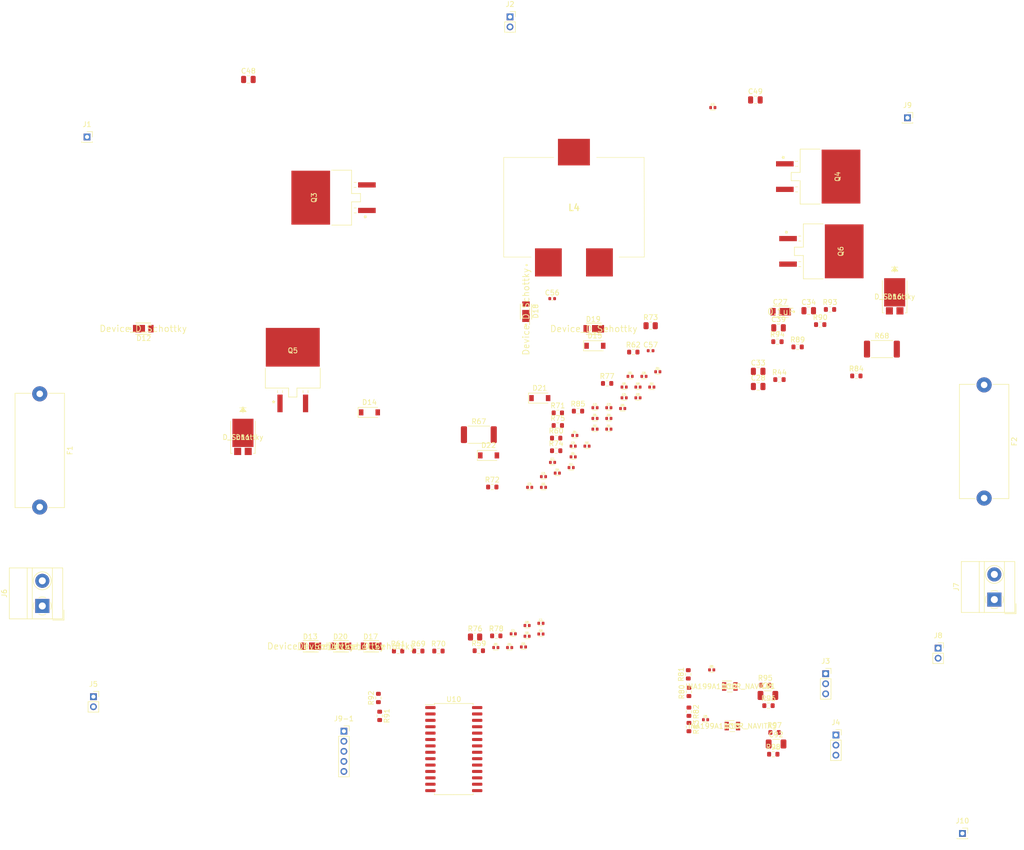
<source format=kicad_pcb>
(kicad_pcb (version 20171130) (host pcbnew "(5.1.10)-1")
  (layers (0 F.Cu signal) (31 B.Cu signal) (34 B.Paste user) (35 F.Paste user) (36 B.SilkS user) (37 F.SilkS user) (38 B.Mask user) (39 F.Mask user) (44 Edge.Cuts user))
  (net 0 "")
  (net 1 GND)
  (net 2 +5V)
  (net 3 "Net-(C28-Pad1)")
  (net 4 HSA)
  (net 5 "Net-(C34-Pad2)")
  (net 6 "Net-(C39-Pad2)")
  (net 7 HSB)
  (net 8 "Net-(C47-Pad2)")
  (net 9 Vin_Sense)
  (net 10 Vout_Sense)
  (net 11 "Net-(C50-Pad2)")
  (net 12 "Net-(C56-Pad1)")
  (net 13 "Net-(C57-Pad1)")
  (net 14 "Net-(C91-Pad2)")
  (net 15 "Net-(C91-Pad1)")
  (net 16 "Net-(C92-Pad1)")
  (net 17 "Net-(C92-Pad2)")
  (net 18 "Net-(D14-Pad2)")
  (net 19 HOA)
  (net 20 HOB)
  (net 21 "Net-(D15-Pad2)")
  (net 22 "Net-(D21-Pad2)")
  (net 23 LOA)
  (net 24 LOB)
  (net 25 "Net-(D22-Pad2)")
  (net 26 "Net-(F1-Pad2)")
  (net 27 "Net-(F2-Pad2)")
  (net 28 "Net-(J3-Pad3)")
  (net 29 "Net-(J3-Pad2)")
  (net 30 "Net-(J3-Pad1)")
  (net 31 "Net-(J4-Pad1)")
  (net 32 "Net-(J4-Pad2)")
  (net 33 "Net-(J4-Pad3)")
  (net 34 Iin_Sense-)
  (net 35 Iin_Sense+)
  (net 36 Iout_Sense+)
  (net 37 Iout_Sense-)
  (net 38 "Net-(J9-1-Pad1)")
  (net 39 "Net-(J9-1-Pad2)")
  (net 40 "Net-(J9-1-Pad3)")
  (net 41 "Net-(J9-1-Pad4)")
  (net 42 "Net-(J9-1-Pad5)")
  (net 43 "Net-(Q5-Pad1)")
  (net 44 "Net-(Q6-Pad1)")
  (net 45 "Net-(R44-Pad2)")
  (net 46 "Net-(R80-Pad2)")
  (net 47 "Net-(R82-Pad2)")
  (net 48 "Net-(R89-Pad1)")
  (net 49 "Net-(R90-Pad1)")
  (net 50 "Net-(R91-Pad2)")
  (net 51 "Net-(R92-Pad2)")
  (net 52 "Net-(R93-Pad1)")
  (net 53 "Net-(R94-Pad1)")
  (net 54 "Net-(U10-Pad4)")
  (net 55 "Net-(U10-Pad11)")
  (net 56 "Net-(U10-Pad15)")
  (module IRF8010STRLPBF:IRF8010STRLPBF (layer F.Cu) (at 209.0547 77.343 270)
    (fp_text reference Q6 (at 0 -2.5 90) (layer F.SilkS))
    (fp_text value 2N7002)
    (fp_text user * (at -3.81 8.001 90) (layer F.SilkS))
    (fp_text user * (at -3.81 8.001 90) (layer F.SilkS))
    (pad 3 smd rect (at 0 -3.1623 270) (size 10.7188 7.6962) (layers F.Cu F.Paste F.Mask) (net 7 HSB))
    (pad 2 smd rect (at 2.54 8.001 270) (size 1.0414 3.5052) (layers F.Cu F.Paste F.Mask) (net 1 GND))
    (pad 1 smd rect (at -2.54 8.001 270) (size 1.0414 3.5052) (layers F.Cu F.Paste F.Mask) (net 44 "Net-(Q6-Pad1)"))
  )
  (module IRF8010STRLPBF:IRF8010STRLPBF (layer F.Cu) (at 208.4197 62.484 270)
    (fp_text reference Q4 (at 0 -2.5 90) (layer F.SilkS))
    (fp_text value 2N7002)
    (fp_text user * (at -3.81 8.001 90) (layer F.SilkS))
    (fp_text user * (at -3.81 8.001 90) (layer F.SilkS))
    (pad 3 smd rect (at 0 -3.1623 270) (size 10.7188 7.6962) (layers F.Cu F.Paste F.Mask) (net 11 "Net-(C50-Pad2)"))
    (pad 2 smd rect (at 2.54 8.001 270) (size 1.0414 3.5052) (layers F.Cu F.Paste F.Mask) (net 7 HSB))
    (pad 1 smd rect (at -2.54 8.001 270) (size 1.0414 3.5052) (layers F.Cu F.Paste F.Mask) (net 21 "Net-(D15-Pad2)"))
  )
  (module IRF8010STRLPBF:IRF8010STRLPBF (layer F.Cu) (at 102.616 99.568)
    (fp_text reference Q5 (at 0 -2.5) (layer F.SilkS))
    (fp_text value 2N7002)
    (fp_text user * (at -3.81 8.001) (layer F.SilkS))
    (fp_text user * (at -3.81 8.001) (layer F.SilkS))
    (pad 3 smd rect (at 0 -3.1623) (size 10.7188 7.6962) (layers F.Cu F.Paste F.Mask) (net 4 HSA))
    (pad 2 smd rect (at 2.54 8.001) (size 1.0414 3.5052) (layers F.Cu F.Paste F.Mask) (net 1 GND))
    (pad 1 smd rect (at -2.54 8.001) (size 1.0414 3.5052) (layers F.Cu F.Paste F.Mask) (net 43 "Net-(Q5-Pad1)"))
  )
  (module IRF8010STRLPBF:IRF8010STRLPBF (layer F.Cu) (at 109.347 66.675 90)
    (fp_text reference Q3 (at 0 -2.5 90) (layer F.SilkS))
    (fp_text value 2N7002)
    (fp_text user * (at -3.81 8.001 90) (layer F.SilkS))
    (fp_text user * (at -3.81 8.001 90) (layer F.SilkS))
    (pad 3 smd rect (at 0 -3.1623 90) (size 10.7188 7.6962) (layers F.Cu F.Paste F.Mask) (net 8 "Net-(C47-Pad2)"))
    (pad 2 smd rect (at 2.54 8.001 90) (size 1.0414 3.5052) (layers F.Cu F.Paste F.Mask) (net 4 HSA))
    (pad 1 smd rect (at -2.54 8.001 90) (size 1.0414 3.5052) (layers F.Cu F.Paste F.Mask) (net 18 "Net-(D14-Pad2)"))
  )
  (module DFLS1200-7:Diodes_Inc.-PowerDI123-03_2017-0-MFG (layer F.Cu) (at 199.592 89.338001)
    (fp_text reference C27 (at -1.65 -1.915) (layer F.SilkS) (effects (justify left)))
    (fp_text value 0.1uF (at 0 0) (layer F.SilkS) (effects (font (size 1.27 1.27))))
    (pad 1 smd rect (at 0.849999 0) (size 2.4 1.5) (layers F.Cu F.Paste F.Mask) (net 1 GND))
    (pad 2 smd rect (at -1.525 0) (size 1.05 1.5) (layers F.Cu F.Paste F.Mask) (net 2 +5V))
  )
  (module Capacitor_SMD:C_0805_2012Metric (layer F.Cu) (at 195.117001 104.203001)
    (fp_text reference C28 (at 0 -1.68) (layer F.SilkS))
    (fp_text value 1uF)
    (pad 1 smd roundrect (at -0.95 0) (size 1 1.45) (layers F.Cu F.Paste F.Mask) (net 3 "Net-(C28-Pad1)"))
    (pad 2 smd roundrect (at 0.95 0) (size 1 1.45) (layers F.Cu F.Paste F.Mask) (net 1 GND))
  )
  (module Capacitor_SMD:C_0805_2012Metric (layer F.Cu) (at 195.117001 101.193001)
    (fp_text reference C33 (at 0 -1.68) (layer F.SilkS))
    (fp_text value 1uF)
    (pad 2 smd roundrect (at 0.95 0) (size 1 1.45) (layers F.Cu F.Paste F.Mask) (net 1 GND))
    (pad 1 smd roundrect (at -0.95 0) (size 1 1.45) (layers F.Cu F.Paste F.Mask) (net 3 "Net-(C28-Pad1)"))
  )
  (module Capacitor_SMD:C_0805_2012Metric (layer F.Cu) (at 205.167001 89.143001)
    (fp_text reference C34 (at 0 -1.68) (layer F.SilkS))
    (fp_text value 0.47uF)
    (pad 1 smd roundrect (at -0.95 0) (size 1 1.45) (layers F.Cu F.Paste F.Mask) (net 4 HSA))
    (pad 2 smd roundrect (at 0.95 0) (size 1 1.45) (layers F.Cu F.Paste F.Mask) (net 5 "Net-(C34-Pad2)"))
  )
  (module Capacitor_SMD:C_0805_2012Metric (layer F.Cu) (at 199.167001 92.543001)
    (fp_text reference C39 (at 0 -1.68) (layer F.SilkS))
    (fp_text value 0.47uF)
    (pad 2 smd roundrect (at 0.95 0) (size 1 1.45) (layers F.Cu F.Paste F.Mask) (net 6 "Net-(C39-Pad2)"))
    (pad 1 smd roundrect (at -0.95 0) (size 1 1.45) (layers F.Cu F.Paste F.Mask) (net 7 HSB))
  )
  (module CL05A225MQ5NNNC:CAPC1005X55N (layer F.Cu) (at 157.947001 120.323001)
    (fp_text reference C47 (at -0.038306 -0.758223) (layer F.SilkS) (effects (font (size 0.241854 0.241854))))
    (fp_text value 2.2uF)
    (pad 1 smd roundrect (at -0.43 0) (size 0.54 0.6) (layers F.Cu F.Paste F.Mask) (roundrect_rratio 0.14) (net 1 GND))
    (pad 2 smd roundrect (at 0.43 0) (size 0.54 0.6) (layers F.Cu F.Paste F.Mask) (roundrect_rratio 0.14) (net 8 "Net-(C47-Pad2)"))
  )
  (module Capacitor_SMD:C_0805_2012Metric (layer F.Cu) (at 93.792 43.18)
    (fp_text reference C48 (at 0 -1.68) (layer F.SilkS))
    (fp_text value .01uF)
    (pad 1 smd roundrect (at -0.95 0) (size 1 1.45) (layers F.Cu F.Paste F.Mask) (net 1 GND))
    (pad 2 smd roundrect (at 0.95 0) (size 1 1.45) (layers F.Cu F.Paste F.Mask) (net 9 Vin_Sense))
  )
  (module Capacitor_SMD:C_0805_2012Metric (layer F.Cu) (at 194.564 47.244)
    (fp_text reference C49 (at 0 -1.68) (layer F.SilkS))
    (fp_text value .01uF)
    (pad 2 smd roundrect (at 0.95 0) (size 1 1.45) (layers F.Cu F.Paste F.Mask) (net 10 Vout_Sense))
    (pad 1 smd roundrect (at -0.95 0) (size 1 1.45) (layers F.Cu F.Paste F.Mask) (net 1 GND))
  )
  (module CL05A225MQ5NNNC:CAPC1005X55N (layer F.Cu) (at 151.939001 153.405001)
    (fp_text reference C50 (at -0.038306 -0.758223) (layer F.SilkS) (effects (font (size 0.241854 0.241854))))
    (fp_text value 2.2uF)
    (pad 2 smd roundrect (at 0.43 0) (size 0.54 0.6) (layers F.Cu F.Paste F.Mask) (roundrect_rratio 0.14) (net 11 "Net-(C50-Pad2)"))
    (pad 1 smd roundrect (at -0.43 0) (size 0.54 0.6) (layers F.Cu F.Paste F.Mask) (roundrect_rratio 0.14) (net 1 GND))
  )
  (module CL05A225MQ5NNNC:CAPC1005X55N (layer F.Cu) (at 165.437001 112.683001)
    (fp_text reference C51 (at -0.038306 -0.758223) (layer F.SilkS) (effects (font (size 0.241854 0.241854))))
    (fp_text value 2.2uF)
    (pad 2 smd roundrect (at 0.43 0) (size 0.54 0.6) (layers F.Cu F.Paste F.Mask) (roundrect_rratio 0.14) (net 8 "Net-(C47-Pad2)"))
    (pad 1 smd roundrect (at -0.43 0) (size 0.54 0.6) (layers F.Cu F.Paste F.Mask) (roundrect_rratio 0.14) (net 1 GND))
  )
  (module CL05A225MQ5NNNC:CAPC1005X55N (layer F.Cu) (at 173.977001 104.323001)
    (fp_text reference C52 (at -0.038306 -0.758223) (layer F.SilkS) (effects (font (size 0.241854 0.241854))))
    (fp_text value 2.2uF)
    (pad 1 smd roundrect (at -0.43 0) (size 0.54 0.6) (layers F.Cu F.Paste F.Mask) (roundrect_rratio 0.14) (net 1 GND))
    (pad 2 smd roundrect (at 0.43 0) (size 0.54 0.6) (layers F.Cu F.Paste F.Mask) (roundrect_rratio 0.14) (net 11 "Net-(C50-Pad2)"))
  )
  (module CL05A225MQ5NNNC:CAPC1005X55N (layer F.Cu) (at 148.469001 155.975001)
    (fp_text reference C53 (at -0.038306 -0.758223) (layer F.SilkS) (effects (font (size 0.241854 0.241854))))
    (fp_text value 2.2uF)
    (pad 1 smd roundrect (at -0.43 0) (size 0.54 0.6) (layers F.Cu F.Paste F.Mask) (roundrect_rratio 0.14) (net 1 GND))
    (pad 2 smd roundrect (at 0.43 0) (size 0.54 0.6) (layers F.Cu F.Paste F.Mask) (roundrect_rratio 0.14) (net 8 "Net-(C47-Pad2)"))
  )
  (module CL05A225MQ5NNNC:CAPC1005X55N (layer F.Cu) (at 175.167001 101.273001)
    (fp_text reference C54 (at -0.038306 -0.758223) (layer F.SilkS) (effects (font (size 0.241854 0.241854))))
    (fp_text value 2.2uF)
    (pad 2 smd roundrect (at 0.43 0) (size 0.54 0.6) (layers F.Cu F.Paste F.Mask) (roundrect_rratio 0.14) (net 11 "Net-(C50-Pad2)"))
    (pad 1 smd roundrect (at -0.43 0) (size 0.54 0.6) (layers F.Cu F.Paste F.Mask) (roundrect_rratio 0.14) (net 1 GND))
  )
  (module CL05A225MQ5NNNC:CAPC1005X55N (layer F.Cu) (at 155.197001 121.423001)
    (fp_text reference C55 (at -0.038306 -0.758223) (layer F.SilkS) (effects (font (size 0.241854 0.241854))))
    (fp_text value 2.2uF)
    (pad 2 smd roundrect (at 0.43 0) (size 0.54 0.6) (layers F.Cu F.Paste F.Mask) (roundrect_rratio 0.14) (net 8 "Net-(C47-Pad2)"))
    (pad 1 smd roundrect (at -0.43 0) (size 0.54 0.6) (layers F.Cu F.Paste F.Mask) (roundrect_rratio 0.14) (net 1 GND))
  )
  (module Capacitor_SMD:C_0402_1005Metric (layer F.Cu) (at 154.178 86.741)
    (fp_text reference C56 (at 0 -1.16) (layer F.SilkS))
    (fp_text value 470pF)
    (pad 2 smd roundrect (at 0.48 0) (size 0.56 0.62) (layers F.Cu F.Paste F.Mask) (net 4 HSA))
    (pad 1 smd roundrect (at -0.48 0) (size 0.56 0.62) (layers F.Cu F.Paste F.Mask) (net 12 "Net-(C56-Pad1)"))
  )
  (module Capacitor_SMD:C_0402_1005Metric (layer F.Cu) (at 173.737001 97.093001)
    (fp_text reference C57 (at 0 -1.16) (layer F.SilkS))
    (fp_text value 470pF)
    (pad 1 smd roundrect (at -0.48 0) (size 0.56 0.62) (layers F.Cu F.Paste F.Mask) (net 13 "Net-(C57-Pad1)"))
    (pad 2 smd roundrect (at 0.48 0) (size 0.56 0.62) (layers F.Cu F.Paste F.Mask) (net 7 HSB))
  )
  (module CL05A225MQ5NNNC:CAPC1005X55N (layer F.Cu) (at 172.417001 102.193001)
    (fp_text reference C58 (at -0.038306 -0.758223) (layer F.SilkS) (effects (font (size 0.241854 0.241854))))
    (fp_text value 2.2uF)
    (pad 1 smd roundrect (at -0.43 0) (size 0.54 0.6) (layers F.Cu F.Paste F.Mask) (roundrect_rratio 0.14) (net 1 GND))
    (pad 2 smd roundrect (at 0.43 0) (size 0.54 0.6) (layers F.Cu F.Paste F.Mask) (roundrect_rratio 0.14) (net 11 "Net-(C50-Pad2)"))
  )
  (module CL05A225MQ5NNNC:CAPC1005X55N (layer F.Cu) (at 171.227001 106.453001)
    (fp_text reference C59 (at -0.038306 -0.758223) (layer F.SilkS) (effects (font (size 0.241854 0.241854))))
    (fp_text value 2.2uF)
    (pad 1 smd roundrect (at -0.43 0) (size 0.54 0.6) (layers F.Cu F.Paste F.Mask) (roundrect_rratio 0.14) (net 1 GND))
    (pad 2 smd roundrect (at 0.43 0) (size 0.54 0.6) (layers F.Cu F.Paste F.Mask) (roundrect_rratio 0.14) (net 8 "Net-(C47-Pad2)"))
  )
  (module CL05A225MQ5NNNC:CAPC1005X55N (layer F.Cu) (at 168.187001 108.583001)
    (fp_text reference C60 (at -0.038306 -0.758223) (layer F.SilkS) (effects (font (size 0.241854 0.241854))))
    (fp_text value 2.2uF)
    (pad 2 smd roundrect (at 0.43 0) (size 0.54 0.6) (layers F.Cu F.Paste F.Mask) (roundrect_rratio 0.14) (net 11 "Net-(C50-Pad2)"))
    (pad 1 smd roundrect (at -0.43 0) (size 0.54 0.6) (layers F.Cu F.Paste F.Mask) (roundrect_rratio 0.14) (net 1 GND))
  )
  (module CL05A225MQ5NNNC:CAPC1005X55N (layer F.Cu) (at 145.719001 156.095001)
    (fp_text reference C61 (at -0.038306 -0.758223) (layer F.SilkS) (effects (font (size 0.241854 0.241854))))
    (fp_text value 2.2uF)
    (pad 1 smd roundrect (at -0.43 0) (size 0.54 0.6) (layers F.Cu F.Paste F.Mask) (roundrect_rratio 0.14) (net 1 GND))
    (pad 2 smd roundrect (at 0.43 0) (size 0.54 0.6) (layers F.Cu F.Paste F.Mask) (roundrect_rratio 0.14) (net 11 "Net-(C50-Pad2)"))
  )
  (module CL05A225MQ5NNNC:CAPC1005X55N (layer F.Cu) (at 161.097001 116.063001)
    (fp_text reference C62 (at -0.038306 -0.758223) (layer F.SilkS) (effects (font (size 0.241854 0.241854))))
    (fp_text value 2.2uF)
    (pad 1 smd roundrect (at -0.43 0) (size 0.54 0.6) (layers F.Cu F.Paste F.Mask) (roundrect_rratio 0.14) (net 1 GND))
    (pad 2 smd roundrect (at 0.43 0) (size 0.54 0.6) (layers F.Cu F.Paste F.Mask) (roundrect_rratio 0.14) (net 8 "Net-(C47-Pad2)"))
  )
  (module CL05A225MQ5NNNC:CAPC1005X55N (layer F.Cu) (at 152.447001 124.253001)
    (fp_text reference C63 (at -0.038306 -0.758223) (layer F.SilkS) (effects (font (size 0.241854 0.241854))))
    (fp_text value 2.2uF)
    (pad 1 smd roundrect (at -0.43 0) (size 0.54 0.6) (layers F.Cu F.Paste F.Mask) (roundrect_rratio 0.14) (net 1 GND))
    (pad 2 smd roundrect (at 0.43 0) (size 0.54 0.6) (layers F.Cu F.Paste F.Mask) (roundrect_rratio 0.14) (net 8 "Net-(C47-Pad2)"))
  )
  (module CL05A225MQ5NNNC:CAPC1005X55N (layer F.Cu) (at 158.347001 118.193001)
    (fp_text reference C64 (at -0.038306 -0.758223) (layer F.SilkS) (effects (font (size 0.241854 0.241854))))
    (fp_text value 2.2uF)
    (pad 2 smd roundrect (at 0.43 0) (size 0.54 0.6) (layers F.Cu F.Paste F.Mask) (roundrect_rratio 0.14) (net 11 "Net-(C50-Pad2)"))
    (pad 1 smd roundrect (at -0.43 0) (size 0.54 0.6) (layers F.Cu F.Paste F.Mask) (roundrect_rratio 0.14) (net 1 GND))
  )
  (module CL05A225MQ5NNNC:CAPC1005X55N (layer F.Cu) (at 149.189001 153.845001)
    (fp_text reference C65 (at -0.038306 -0.758223) (layer F.SilkS) (effects (font (size 0.241854 0.241854))))
    (fp_text value 2.2uF)
    (pad 2 smd roundrect (at 0.43 0) (size 0.54 0.6) (layers F.Cu F.Paste F.Mask) (roundrect_rratio 0.14) (net 8 "Net-(C47-Pad2)"))
    (pad 1 smd roundrect (at -0.43 0) (size 0.54 0.6) (layers F.Cu F.Paste F.Mask) (roundrect_rratio 0.14) (net 1 GND))
  )
  (module CL05A225MQ5NNNC:CAPC1005X55N (layer F.Cu) (at 165.437001 110.553001)
    (fp_text reference C66 (at -0.038306 -0.758223) (layer F.SilkS) (effects (font (size 0.241854 0.241854))))
    (fp_text value 2.2uF)
    (pad 1 smd roundrect (at -0.43 0) (size 0.54 0.6) (layers F.Cu F.Paste F.Mask) (roundrect_rratio 0.14) (net 1 GND))
    (pad 2 smd roundrect (at 0.43 0) (size 0.54 0.6) (layers F.Cu F.Paste F.Mask) (roundrect_rratio 0.14) (net 11 "Net-(C50-Pad2)"))
  )
  (module CL05A225MQ5NNNC:CAPC1005X55N (layer F.Cu) (at 162.687001 112.683001)
    (fp_text reference C67 (at -0.038306 -0.758223) (layer F.SilkS) (effects (font (size 0.241854 0.241854))))
    (fp_text value 2.2uF)
    (pad 1 smd roundrect (at -0.43 0) (size 0.54 0.6) (layers F.Cu F.Paste F.Mask) (roundrect_rratio 0.14) (net 1 GND))
    (pad 2 smd roundrect (at 0.43 0) (size 0.54 0.6) (layers F.Cu F.Paste F.Mask) (roundrect_rratio 0.14) (net 8 "Net-(C47-Pad2)"))
  )
  (module CL05A225MQ5NNNC:CAPC1005X55N (layer F.Cu) (at 171.227001 104.323001)
    (fp_text reference C68 (at -0.038306 -0.758223) (layer F.SilkS) (effects (font (size 0.241854 0.241854))))
    (fp_text value 2.2uF)
    (pad 2 smd roundrect (at 0.43 0) (size 0.54 0.6) (layers F.Cu F.Paste F.Mask) (roundrect_rratio 0.14) (net 11 "Net-(C50-Pad2)"))
    (pad 1 smd roundrect (at -0.43 0) (size 0.54 0.6) (layers F.Cu F.Paste F.Mask) (roundrect_rratio 0.14) (net 1 GND))
  )
  (module CL05A225MQ5NNNC:CAPC1005X55N (layer F.Cu) (at 149.189001 151.715001)
    (fp_text reference C69 (at -0.038306 -0.758223) (layer F.SilkS) (effects (font (size 0.241854 0.241854))))
    (fp_text value 2.2uF)
    (pad 2 smd roundrect (at 0.43 0) (size 0.54 0.6) (layers F.Cu F.Paste F.Mask) (roundrect_rratio 0.14) (net 8 "Net-(C47-Pad2)"))
    (pad 1 smd roundrect (at -0.43 0) (size 0.54 0.6) (layers F.Cu F.Paste F.Mask) (roundrect_rratio 0.14) (net 1 GND))
  )
  (module CL05A225MQ5NNNC:CAPC1005X55N (layer F.Cu) (at 152.447001 122.123001)
    (fp_text reference C70 (at -0.038306 -0.758223) (layer F.SilkS) (effects (font (size 0.241854 0.241854))))
    (fp_text value 2.2uF)
    (pad 1 smd roundrect (at -0.43 0) (size 0.54 0.6) (layers F.Cu F.Paste F.Mask) (roundrect_rratio 0.14) (net 1 GND))
    (pad 2 smd roundrect (at 0.43 0) (size 0.54 0.6) (layers F.Cu F.Paste F.Mask) (roundrect_rratio 0.14) (net 11 "Net-(C50-Pad2)"))
  )
  (module CL05A225MQ5NNNC:CAPC1005X55N (layer F.Cu) (at 151.939001 151.275001)
    (fp_text reference C71 (at -0.038306 -0.758223) (layer F.SilkS) (effects (font (size 0.241854 0.241854))))
    (fp_text value 2.2uF)
    (pad 2 smd roundrect (at 0.43 0) (size 0.54 0.6) (layers F.Cu F.Paste F.Mask) (roundrect_rratio 0.14) (net 8 "Net-(C47-Pad2)"))
    (pad 1 smd roundrect (at -0.43 0) (size 0.54 0.6) (layers F.Cu F.Paste F.Mask) (roundrect_rratio 0.14) (net 1 GND))
  )
  (module CL05A225MQ5NNNC:CAPC1005X55N (layer F.Cu) (at 186.104 48.768)
    (fp_text reference C72 (at -0.038306 -0.758223) (layer F.SilkS) (effects (font (size 0.241854 0.241854))))
    (fp_text value 2.2uF)
    (pad 2 smd roundrect (at 0.43 0) (size 0.54 0.6) (layers F.Cu F.Paste F.Mask) (roundrect_rratio 0.14) (net 11 "Net-(C50-Pad2)"))
    (pad 1 smd roundrect (at -0.43 0) (size 0.54 0.6) (layers F.Cu F.Paste F.Mask) (roundrect_rratio 0.14) (net 1 GND))
  )
  (module CL05A225MQ5NNNC:CAPC1005X55N (layer F.Cu) (at 162.687001 108.423001)
    (fp_text reference C73 (at -0.038306 -0.758223) (layer F.SilkS) (effects (font (size 0.241854 0.241854))))
    (fp_text value 2.2uF)
    (pad 2 smd roundrect (at 0.43 0) (size 0.54 0.6) (layers F.Cu F.Paste F.Mask) (roundrect_rratio 0.14) (net 8 "Net-(C47-Pad2)"))
    (pad 1 smd roundrect (at -0.43 0) (size 0.54 0.6) (layers F.Cu F.Paste F.Mask) (roundrect_rratio 0.14) (net 1 GND))
  )
  (module CL05A225MQ5NNNC:CAPC1005X55N (layer F.Cu) (at 146.439001 153.365001)
    (fp_text reference C74 (at -0.038306 -0.758223) (layer F.SilkS) (effects (font (size 0.241854 0.241854))))
    (fp_text value 2.2uF)
    (pad 1 smd roundrect (at -0.43 0) (size 0.54 0.6) (layers F.Cu F.Paste F.Mask) (roundrect_rratio 0.14) (net 1 GND))
    (pad 2 smd roundrect (at 0.43 0) (size 0.54 0.6) (layers F.Cu F.Paste F.Mask) (roundrect_rratio 0.14) (net 11 "Net-(C50-Pad2)"))
  )
  (module CL05A225MQ5NNNC:CAPC1005X55N (layer F.Cu) (at 168.477001 106.453001)
    (fp_text reference C75 (at -0.038306 -0.758223) (layer F.SilkS) (effects (font (size 0.241854 0.241854))))
    (fp_text value 2.2uF)
    (pad 1 smd roundrect (at -0.43 0) (size 0.54 0.6) (layers F.Cu F.Paste F.Mask) (roundrect_rratio 0.14) (net 1 GND))
    (pad 2 smd roundrect (at 0.43 0) (size 0.54 0.6) (layers F.Cu F.Paste F.Mask) (roundrect_rratio 0.14) (net 8 "Net-(C47-Pad2)"))
  )
  (module CL05A225MQ5NNNC:CAPC1005X55N (layer F.Cu) (at 158.347001 116.063001)
    (fp_text reference C76 (at -0.038306 -0.758223) (layer F.SilkS) (effects (font (size 0.241854 0.241854))))
    (fp_text value 2.2uF)
    (pad 2 smd roundrect (at 0.43 0) (size 0.54 0.6) (layers F.Cu F.Paste F.Mask) (roundrect_rratio 0.14) (net 11 "Net-(C50-Pad2)"))
    (pad 1 smd roundrect (at -0.43 0) (size 0.54 0.6) (layers F.Cu F.Paste F.Mask) (roundrect_rratio 0.14) (net 1 GND))
  )
  (module CL05A225MQ5NNNC:CAPC1005X55N (layer F.Cu) (at 154.247001 119.293001)
    (fp_text reference C77 (at -0.038306 -0.758223) (layer F.SilkS) (effects (font (size 0.241854 0.241854))))
    (fp_text value 2.2uF)
    (pad 2 smd roundrect (at 0.43 0) (size 0.54 0.6) (layers F.Cu F.Paste F.Mask) (roundrect_rratio 0.14) (net 8 "Net-(C47-Pad2)"))
    (pad 1 smd roundrect (at -0.43 0) (size 0.54 0.6) (layers F.Cu F.Paste F.Mask) (roundrect_rratio 0.14) (net 1 GND))
  )
  (module CL05A225MQ5NNNC:CAPC1005X55N (layer F.Cu) (at 149.697001 124.253001)
    (fp_text reference C78 (at -0.038306 -0.758223) (layer F.SilkS) (effects (font (size 0.241854 0.241854))))
    (fp_text value 2.2uF)
    (pad 1 smd roundrect (at -0.43 0) (size 0.54 0.6) (layers F.Cu F.Paste F.Mask) (roundrect_rratio 0.14) (net 1 GND))
    (pad 2 smd roundrect (at 0.43 0) (size 0.54 0.6) (layers F.Cu F.Paste F.Mask) (roundrect_rratio 0.14) (net 11 "Net-(C50-Pad2)"))
  )
  (module CL05A225MQ5NNNC:CAPC1005X55N (layer F.Cu) (at 165.437001 108.423001)
    (fp_text reference C79 (at -0.038306 -0.758223) (layer F.SilkS) (effects (font (size 0.241854 0.241854))))
    (fp_text value 2.2uF)
    (pad 1 smd roundrect (at -0.43 0) (size 0.54 0.6) (layers F.Cu F.Paste F.Mask) (roundrect_rratio 0.14) (net 1 GND))
    (pad 2 smd roundrect (at 0.43 0) (size 0.54 0.6) (layers F.Cu F.Paste F.Mask) (roundrect_rratio 0.14) (net 8 "Net-(C47-Pad2)"))
  )
  (module CL05A225MQ5NNNC:CAPC1005X55N (layer F.Cu) (at 168.477001 104.323001)
    (fp_text reference C80 (at -0.038306 -0.758223) (layer F.SilkS) (effects (font (size 0.241854 0.241854))))
    (fp_text value 2.2uF)
    (pad 2 smd roundrect (at 0.43 0) (size 0.54 0.6) (layers F.Cu F.Paste F.Mask) (roundrect_rratio 0.14) (net 11 "Net-(C50-Pad2)"))
    (pad 1 smd roundrect (at -0.43 0) (size 0.54 0.6) (layers F.Cu F.Paste F.Mask) (roundrect_rratio 0.14) (net 1 GND))
  )
  (module CL05A225MQ5NNNC:CAPC1005X55N (layer F.Cu) (at 162.687001 110.553001)
    (fp_text reference C81 (at -0.038306 -0.758223) (layer F.SilkS) (effects (font (size 0.241854 0.241854))))
    (fp_text value 2.2uF)
    (pad 1 smd roundrect (at -0.43 0) (size 0.54 0.6) (layers F.Cu F.Paste F.Mask) (roundrect_rratio 0.14) (net 1 GND))
    (pad 2 smd roundrect (at 0.43 0) (size 0.54 0.6) (layers F.Cu F.Paste F.Mask) (roundrect_rratio 0.14) (net 8 "Net-(C47-Pad2)"))
  )
  (module CL05A225MQ5NNNC:CAPC1005X55N (layer F.Cu) (at 142.969001 156.095001)
    (fp_text reference C82 (at -0.038306 -0.758223) (layer F.SilkS) (effects (font (size 0.241854 0.241854))))
    (fp_text value 2.2uF)
    (pad 2 smd roundrect (at 0.43 0) (size 0.54 0.6) (layers F.Cu F.Paste F.Mask) (roundrect_rratio 0.14) (net 11 "Net-(C50-Pad2)"))
    (pad 1 smd roundrect (at -0.43 0) (size 0.54 0.6) (layers F.Cu F.Paste F.Mask) (roundrect_rratio 0.14) (net 1 GND))
  )
  (module CL05A225MQ5NNNC:CAPC1005X55N (layer F.Cu) (at 169.667001 102.193001)
    (fp_text reference C83 (at -0.038306 -0.758223) (layer F.SilkS) (effects (font (size 0.241854 0.241854))))
    (fp_text value 2.2uF)
    (pad 2 smd roundrect (at 0.43 0) (size 0.54 0.6) (layers F.Cu F.Paste F.Mask) (roundrect_rratio 0.14) (net 8 "Net-(C47-Pad2)"))
    (pad 1 smd roundrect (at -0.43 0) (size 0.54 0.6) (layers F.Cu F.Paste F.Mask) (roundrect_rratio 0.14) (net 1 GND))
  )
  (module CL05A225MQ5NNNC:CAPC1005X55N (layer F.Cu) (at 158.677001 113.933001)
    (fp_text reference C84 (at -0.038306 -0.758223) (layer F.SilkS) (effects (font (size 0.241854 0.241854))))
    (fp_text value 2.2uF)
    (pad 1 smd roundrect (at -0.43 0) (size 0.54 0.6) (layers F.Cu F.Paste F.Mask) (roundrect_rratio 0.14) (net 1 GND))
    (pad 2 smd roundrect (at 0.43 0) (size 0.54 0.6) (layers F.Cu F.Paste F.Mask) (roundrect_rratio 0.14) (net 11 "Net-(C50-Pad2)"))
  )
  (module CL05A104KA5NNNC:CAPC1005X55N (layer F.Cu) (at 185.879 160.528)
    (fp_text reference C89 (at -0.038306 -0.758223) (layer F.SilkS) (effects (font (size 0.241854 0.241854))))
    (fp_text value .1uF)
    (pad 2 smd roundrect (at 0.43 0) (size 0.54 0.6) (layers F.Cu F.Paste F.Mask) (roundrect_rratio 0.14) (net 1 GND))
    (pad 1 smd roundrect (at -0.43 0) (size 0.54 0.6) (layers F.Cu F.Paste F.Mask) (roundrect_rratio 0.14) (net 2 +5V))
  )
  (module Capacitor_SMD:C_1206_3216Metric (layer F.Cu) (at 197.055 165.608)
    (fp_text reference C91 (at 0 -1.85) (layer F.SilkS))
    (fp_text value 10uF)
    (pad 2 smd roundrect (at 1.475 0) (size 1.15 1.8) (layers F.Cu F.Paste F.Mask) (roundrect_rratio 0.217391) (net 14 "Net-(C91-Pad2)"))
    (pad 1 smd roundrect (at -1.475 0) (size 1.15 1.8) (layers F.Cu F.Paste F.Mask) (roundrect_rratio 0.217391) (net 15 "Net-(C91-Pad1)"))
  )
  (module Capacitor_SMD:C_1206_3216Metric (layer F.Cu) (at 198.677 175.26)
    (fp_text reference C92 (at 0 -1.85) (layer F.SilkS))
    (fp_text value 10uF)
    (pad 1 smd roundrect (at -1.475 0) (size 1.15 1.8) (layers F.Cu F.Paste F.Mask) (roundrect_rratio 0.217391) (net 16 "Net-(C92-Pad1)"))
    (pad 2 smd roundrect (at 1.475 0) (size 1.15 1.8) (layers F.Cu F.Paste F.Mask) (roundrect_rratio 0.217391) (net 17 "Net-(C92-Pad2)"))
  )
  (module CL05A104KA5NNNC:CAPC1005X55N (layer F.Cu) (at 184.658 170.434)
    (fp_text reference C99 (at -0.038306 -0.758223) (layer F.SilkS) (effects (font (size 0.241854 0.241854))))
    (fp_text value .1uF)
    (pad 1 smd roundrect (at -0.43 0) (size 0.54 0.6) (layers F.Cu F.Paste F.Mask) (roundrect_rratio 0.14) (net 2 +5V))
    (pad 2 smd roundrect (at 0.43 0) (size 0.54 0.6) (layers F.Cu F.Paste F.Mask) (roundrect_rratio 0.14) (net 1 GND))
  )
  (module fsv201:FSV10100V (layer F.Cu) (at 92.71 114.3)
    (fp_text reference D11 (at 0 0) (layer F.SilkS))
    (fp_text value D_Schottky (at 0 0) (layer F.SilkS))
    (fp_text user * (at 0 0) (layer F.SilkS))
    (pad 3 smd rect (at 0 -0.8763 90) (size 5.6134 4.191) (layers F.Cu F.Paste F.Mask))
    (pad 2 smd rect (at -1.05 2.8067 90) (size 1.4478 1.397) (layers F.Cu F.Paste F.Mask) (net 1 GND))
    (pad 1 smd rect (at 1.05 2.8067 90) (size 1.4478 1.397) (layers F.Cu F.Paste F.Mask) (net 8 "Net-(C47-Pad2)"))
  )
  (module DFLS1200-7:Diodes_Inc.-PowerDI123-03_2017-0-MFG (layer F.Cu) (at 72.898 92.71 180)
    (fp_text reference D12 (at -1.65 -1.915) (layer F.SilkS) (effects (justify right)))
    (fp_text value Device_D_Schottky (at 0 0) (layer F.SilkS) (effects (font (size 1.27 1.27))))
    (pad 2 smd rect (at -1.525 0 180) (size 1.05 1.5) (layers F.Cu F.Paste F.Mask) (net 4 HSA))
    (pad 1 smd rect (at 0.849999 0 180) (size 2.4 1.5) (layers F.Cu F.Paste F.Mask) (net 8 "Net-(C47-Pad2)"))
  )
  (module DFLS1200-7:Diodes_Inc.-PowerDI123-03_2017-0-MFG (layer F.Cu) (at 106.194 155.830001)
    (fp_text reference D13 (at -1.65 -1.915) (layer F.SilkS) (effects (justify left)))
    (fp_text value Device_D_Schottky (at 0 0) (layer F.SilkS) (effects (font (size 1.27 1.27))))
    (pad 1 smd rect (at 0.849999 0) (size 2.4 1.5) (layers F.Cu F.Paste F.Mask) (net 11 "Net-(C50-Pad2)"))
    (pad 2 smd rect (at -1.525 0) (size 1.05 1.5) (layers F.Cu F.Paste F.Mask) (net 7 HSB))
  )
  (module Diode_SMD:D_SOD-123 (layer F.Cu) (at 117.856 109.347)
    (fp_text reference D14 (at 0 -2) (layer F.SilkS))
    (fp_text value Device_D_Schottky)
    (pad 2 smd rect (at 1.65 0) (size 0.9 1.2) (layers F.Cu F.Paste F.Mask) (net 18 "Net-(D14-Pad2)"))
    (pad 1 smd rect (at -1.65 0) (size 0.9 1.2) (layers F.Cu F.Paste F.Mask) (net 19 HOA))
  )
  (module Diode_SMD:D_SOD-123 (layer F.Cu) (at 162.667001 96.113001)
    (fp_text reference D15 (at 0 -2) (layer F.SilkS))
    (fp_text value D_Schottky)
    (pad 1 smd rect (at -1.65 0) (size 0.9 1.2) (layers F.Cu F.Paste F.Mask) (net 20 HOB))
    (pad 2 smd rect (at 1.65 0) (size 0.9 1.2) (layers F.Cu F.Paste F.Mask) (net 21 "Net-(D15-Pad2)"))
  )
  (module fsv201:FSV10100V (layer F.Cu) (at 222.25 86.36)
    (fp_text reference D16 (at 0 0) (layer F.SilkS))
    (fp_text value D_Schottky (at 0 0) (layer F.SilkS))
    (fp_text user * (at 0 0) (layer F.SilkS))
    (pad 1 smd rect (at 1.05 2.8067 90) (size 1.4478 1.397) (layers F.Cu F.Paste F.Mask) (net 11 "Net-(C50-Pad2)"))
    (pad 2 smd rect (at -1.05 2.8067 90) (size 1.4478 1.397) (layers F.Cu F.Paste F.Mask) (net 1 GND))
    (pad 3 smd rect (at 0 -0.8763 90) (size 5.6134 4.191) (layers F.Cu F.Paste F.Mask))
  )
  (module DFLS1200-7:Diodes_Inc.-PowerDI123-03_2017-0-MFG (layer F.Cu) (at 118.194 155.830001)
    (fp_text reference D17 (at -1.65 -1.915) (layer F.SilkS) (effects (justify left)))
    (fp_text value Device_D_Schottky (at 0 0) (layer F.SilkS) (effects (font (size 1.27 1.27))))
    (pad 2 smd rect (at -1.525 0) (size 1.05 1.5) (layers F.Cu F.Paste F.Mask) (net 1 GND))
    (pad 1 smd rect (at 0.849999 0) (size 2.4 1.5) (layers F.Cu F.Paste F.Mask) (net 4 HSA))
  )
  (module DFLS1200-7:Diodes_Inc.-PowerDI123-03_2017-0-MFG (layer F.Cu) (at 148.971 89.338001 270)
    (fp_text reference D18 (at -1.65 -1.915 90) (layer F.SilkS) (effects (justify right)))
    (fp_text value Device_D_Schottky (at 0 0 90) (layer F.SilkS) (effects (font (size 1.27 1.27))))
    (pad 1 smd rect (at 0.849999 0 270) (size 2.4 1.5) (layers F.Cu F.Paste F.Mask) (net 1 GND))
    (pad 2 smd rect (at -1.525 0 270) (size 1.05 1.5) (layers F.Cu F.Paste F.Mask) (net 12 "Net-(C56-Pad1)"))
  )
  (module DFLS1200-7:Diodes_Inc.-PowerDI123-03_2017-0-MFG (layer F.Cu) (at 162.442 92.738001)
    (fp_text reference D19 (at -1.65 -1.915) (layer F.SilkS) (effects (justify left)))
    (fp_text value Device_D_Schottky (at 0 0) (layer F.SilkS) (effects (font (size 1.27 1.27))))
    (pad 2 smd rect (at -1.525 0) (size 1.05 1.5) (layers F.Cu F.Paste F.Mask) (net 13 "Net-(C57-Pad1)"))
    (pad 1 smd rect (at 0.849999 0) (size 2.4 1.5) (layers F.Cu F.Paste F.Mask) (net 1 GND))
  )
  (module DFLS1200-7:Diodes_Inc.-PowerDI123-03_2017-0-MFG (layer F.Cu) (at 112.194 155.830001)
    (fp_text reference D20 (at -1.65 -1.915) (layer F.SilkS) (effects (justify left)))
    (fp_text value Device_D_Schottky (at 0 0) (layer F.SilkS) (effects (font (size 1.27 1.27))))
    (pad 1 smd rect (at 0.849999 0) (size 2.4 1.5) (layers F.Cu F.Paste F.Mask) (net 7 HSB))
    (pad 2 smd rect (at -1.525 0) (size 1.05 1.5) (layers F.Cu F.Paste F.Mask) (net 1 GND))
  )
  (module Diode_SMD:D_SOD-123 (layer F.Cu) (at 151.717001 106.513001)
    (fp_text reference D21 (at 0 -2) (layer F.SilkS))
    (fp_text value D_Schottky)
    (pad 2 smd rect (at 1.65 0) (size 0.9 1.2) (layers F.Cu F.Paste F.Mask) (net 22 "Net-(D21-Pad2)"))
    (pad 1 smd rect (at -1.65 0) (size 0.9 1.2) (layers F.Cu F.Paste F.Mask) (net 23 LOA))
  )
  (module Diode_SMD:D_SOD-123 (layer F.Cu) (at 141.537001 117.903001)
    (fp_text reference D22 (at 0 -2) (layer F.SilkS))
    (fp_text value D_Schottky)
    (pad 1 smd rect (at -1.65 0) (size 0.9 1.2) (layers F.Cu F.Paste F.Mask) (net 24 LOB))
    (pad 2 smd rect (at 1.65 0) (size 0.9 1.2) (layers F.Cu F.Paste F.Mask) (net 25 "Net-(D22-Pad2)"))
  )
  (module Fuse:Fuseholder_Cylinder-5x20mm_Schurter_0031_8201_Horizontal_Open (layer F.Cu) (at 52.324 105.664 270)
    (fp_text reference F1 (at 11.25 -6 90) (layer F.SilkS))
    (fp_text value 10A)
    (pad 1 thru_hole circle (at 0 0 270) (size 3 3) (drill 1.3) (layers *.Cu *.Mask) (net 8 "Net-(C47-Pad2)"))
    (pad 2 thru_hole circle (at 22.5 0 270) (size 3 3) (drill 1.3) (layers *.Cu *.Mask) (net 26 "Net-(F1-Pad2)"))
    (pad "" np_thru_hole circle (at 11.25 0 270) (size 2.7 2.7) (drill 2.7) (layers *.Cu *.Mask))
  )
  (module Fuse:Fuseholder_Cylinder-5x20mm_Schurter_0031_8201_Horizontal_Open (layer F.Cu) (at 240.03 103.886 270)
    (fp_text reference F2 (at 11.25 -6 90) (layer F.SilkS))
    (fp_text value 10A)
    (pad "" np_thru_hole circle (at 11.25 0 270) (size 2.7 2.7) (drill 2.7) (layers *.Cu *.Mask))
    (pad 2 thru_hole circle (at 22.5 0 270) (size 3 3) (drill 1.3) (layers *.Cu *.Mask) (net 27 "Net-(F2-Pad2)"))
    (pad 1 thru_hole circle (at 0 0 270) (size 3 3) (drill 1.3) (layers *.Cu *.Mask) (net 11 "Net-(C50-Pad2)"))
  )
  (module Connector_PinSocket_2.00mm:PinSocket_1x01_P2.00mm_Vertical (layer F.Cu) (at 61.722 54.61)
    (fp_text reference J1 (at 0 -2.5) (layer F.SilkS))
    (fp_text value PV_IN)
    (pad 1 thru_hole rect (at 0 0) (size 1.35 1.35) (drill 0.8) (layers *.Cu *.Mask) (net 8 "Net-(C47-Pad2)"))
  )
  (module Connector_PinSocket_2.00mm:PinSocket_1x02_P2.00mm_Vertical (layer F.Cu) (at 145.796 30.734)
    (fp_text reference J2 (at 0 -2.5) (layer F.SilkS))
    (fp_text value Connector_Generic_Conn_01x02)
    (pad 1 thru_hole rect (at 0 0) (size 1.35 1.35) (drill 0.8) (layers *.Cu *.Mask) (net 10 Vout_Sense))
    (pad 2 thru_hole oval (at 0 2) (size 1.35 1.35) (drill 0.8) (layers *.Cu *.Mask) (net 9 Vin_Sense))
  )
  (module Connector_PinSocket_2.00mm:PinSocket_1x03_P2.00mm_Vertical (layer F.Cu) (at 208.534 161.29)
    (fp_text reference J3 (at 0 -2.5) (layer F.SilkS))
    (fp_text value Iin_sense_INA)
    (pad 3 thru_hole oval (at 0 4) (size 1.35 1.35) (drill 0.8) (layers *.Cu *.Mask) (net 28 "Net-(J3-Pad3)"))
    (pad 2 thru_hole oval (at 0 2) (size 1.35 1.35) (drill 0.8) (layers *.Cu *.Mask) (net 29 "Net-(J3-Pad2)"))
    (pad 1 thru_hole rect (at 0 0) (size 1.35 1.35) (drill 0.8) (layers *.Cu *.Mask) (net 30 "Net-(J3-Pad1)"))
  )
  (module Connector_PinSocket_2.00mm:PinSocket_1x03_P2.00mm_Vertical (layer F.Cu) (at 210.566 173.482)
    (fp_text reference J4 (at 0 -2.5) (layer F.SilkS))
    (fp_text value Iout_sense_INA)
    (pad 1 thru_hole rect (at 0 0) (size 1.35 1.35) (drill 0.8) (layers *.Cu *.Mask) (net 31 "Net-(J4-Pad1)"))
    (pad 2 thru_hole oval (at 0 2) (size 1.35 1.35) (drill 0.8) (layers *.Cu *.Mask) (net 32 "Net-(J4-Pad2)"))
    (pad 3 thru_hole oval (at 0 4) (size 1.35 1.35) (drill 0.8) (layers *.Cu *.Mask) (net 33 "Net-(J4-Pad3)"))
  )
  (module Connector_PinSocket_2.00mm:PinSocket_1x02_P2.00mm_Vertical (layer F.Cu) (at 62.992 165.862)
    (fp_text reference J5 (at 0 -2.5) (layer F.SilkS))
    (fp_text value Iin_sense)
    (pad 2 thru_hole oval (at 0 2) (size 1.35 1.35) (drill 0.8) (layers *.Cu *.Mask) (net 34 Iin_Sense-))
    (pad 1 thru_hole rect (at 0 0) (size 1.35 1.35) (drill 0.8) (layers *.Cu *.Mask) (net 35 Iin_Sense+))
  )
  (module TerminalBlock_MetzConnect:TerminalBlock_MetzConnect_Type011_RT05502HBWC_1x02_P5.00mm_Horizontal (layer F.Cu) (at 52.832 147.828 90)
    (fp_text reference J6 (at 2.5 -7.56 90) (layer F.SilkS))
    (fp_text value PV)
    (pad 2 thru_hole circle (at 5 0 90) (size 2.8 2.8) (drill 1.4) (layers *.Cu *.Mask) (net 26 "Net-(F1-Pad2)"))
    (pad 1 thru_hole rect (at 0 0 90) (size 2.8 2.8) (drill 1.4) (layers *.Cu *.Mask) (net 34 Iin_Sense-))
  )
  (module TerminalBlock_MetzConnect:TerminalBlock_MetzConnect_Type011_RT05502HBWC_1x02_P5.00mm_Horizontal (layer F.Cu) (at 242.062 146.558 90)
    (fp_text reference J7 (at 2.5 -7.56 90) (layer F.SilkS))
    (fp_text value BAT)
    (pad 1 thru_hole rect (at 0 0 90) (size 2.8 2.8) (drill 1.4) (layers *.Cu *.Mask) (net 36 Iout_Sense+))
    (pad 2 thru_hole circle (at 5 0 90) (size 2.8 2.8) (drill 1.4) (layers *.Cu *.Mask) (net 27 "Net-(F2-Pad2)"))
  )
  (module Connector_PinSocket_2.00mm:PinSocket_1x02_P2.00mm_Vertical (layer F.Cu) (at 230.886 156.21)
    (fp_text reference J8 (at 0 -2.5) (layer F.SilkS))
    (fp_text value Iout_sense)
    (pad 1 thru_hole rect (at 0 0) (size 1.35 1.35) (drill 0.8) (layers *.Cu *.Mask) (net 36 Iout_Sense+))
    (pad 2 thru_hole oval (at 0 2) (size 1.35 1.35) (drill 0.8) (layers *.Cu *.Mask) (net 37 Iout_Sense-))
  )
  (module Connector_PinSocket_2.00mm:PinSocket_1x01_P2.00mm_Vertical (layer F.Cu) (at 224.79 50.8)
    (fp_text reference J9 (at 0 -2.5) (layer F.SilkS))
    (fp_text value Vout)
    (pad 1 thru_hole rect (at 0 0) (size 1.35 1.35) (drill 0.8) (layers *.Cu *.Mask) (net 11 "Net-(C50-Pad2)"))
  )
  (module Connector_PinSocket_2.00mm:PinSocket_1x01_P2.00mm_Vertical (layer F.Cu) (at 235.712 193.04)
    (fp_text reference J10 (at 0 -2.5) (layer F.SilkS))
    (fp_text value 10V)
    (pad 1 thru_hole rect (at 0 0) (size 1.35 1.35) (drill 0.8) (layers *.Cu *.Mask) (net 3 "Net-(C28-Pad1)"))
  )
  (module Connector_PinSocket_2.00mm:PinSocket_1x05_P2.00mm_Vertical (layer F.Cu) (at 112.776 172.72)
    (fp_text reference J9-1 (at 0 -2.5) (layer F.SilkS))
    (fp_text value Connector_Generic_Conn_01x05)
    (pad 1 thru_hole rect (at 0 0) (size 1.35 1.35) (drill 0.8) (layers *.Cu *.Mask) (net 38 "Net-(J9-1-Pad1)"))
    (pad 2 thru_hole oval (at 0 2) (size 1.35 1.35) (drill 0.8) (layers *.Cu *.Mask) (net 39 "Net-(J9-1-Pad2)"))
    (pad 3 thru_hole oval (at 0 4) (size 1.35 1.35) (drill 0.8) (layers *.Cu *.Mask) (net 40 "Net-(J9-1-Pad3)"))
    (pad 4 thru_hole oval (at 0 6) (size 1.35 1.35) (drill 0.8) (layers *.Cu *.Mask) (net 41 "Net-(J9-1-Pad4)"))
    (pad 5 thru_hole oval (at 0 8) (size 1.35 1.35) (drill 0.8) (layers *.Cu *.Mask) (net 42 "Net-(J9-1-Pad5)"))
  )
  (module SER2915L-682KL_KiCad:SER2915L682KL (layer F.Cu) (at 158.496 68.58)
    (fp_text reference L4 (at 0.025 0.077) (layer F.SilkS) (effects (font (size 1.27 1.27) (thickness 0.254))))
    (fp_text value L_Core_Iron hide)
    (pad 1 smd rect (at -5.075 10.96) (size 5.33 5.59) (layers F.Cu F.Paste F.Mask) (net 4 HSA))
    (pad 2 smd rect (at 5.075 10.96) (size 5.33 5.59) (layers F.Cu F.Paste F.Mask) (net 7 HSB))
    (pad 3 smd rect (at 0 -10.96 90) (size 5.28 6.35) (layers F.Cu F.Paste F.Mask))
  )
  (module Resistor_SMD:R_0603_1608Metric (layer F.Cu) (at 199.347001 102.833001)
    (fp_text reference R44 (at 0 -1.43) (layer F.SilkS))
    (fp_text value 10k)
    (pad 1 smd roundrect (at -0.825 0) (size 0.8 0.95) (layers F.Cu F.Paste F.Mask) (net 1 GND))
    (pad 2 smd roundrect (at 0.825 0) (size 0.8 0.95) (layers F.Cu F.Paste F.Mask) (net 45 "Net-(R44-Pad2)"))
  )
  (module Resistor_SMD:R_0603_1608Metric (layer F.Cu) (at 139.589001 156.725001)
    (fp_text reference R59 (at 0 -1.43) (layer F.SilkS))
    (fp_text value 26.1k)
    (pad 1 smd roundrect (at -0.825 0) (size 0.8 0.95) (layers F.Cu F.Paste F.Mask) (net 8 "Net-(C47-Pad2)"))
    (pad 2 smd roundrect (at 0.825 0) (size 0.8 0.95) (layers F.Cu F.Paste F.Mask) (net 9 Vin_Sense))
  )
  (module Resistor_SMD:R_0603_1608Metric (layer F.Cu) (at 154.967001 114.463001)
    (fp_text reference R60 (at 0 -1.43) (layer F.SilkS))
    (fp_text value 26.1k)
    (pad 2 smd roundrect (at 0.825 0) (size 0.8 0.95) (layers F.Cu F.Paste F.Mask) (net 10 Vout_Sense))
    (pad 1 smd roundrect (at -0.825 0) (size 0.8 0.95) (layers F.Cu F.Paste F.Mask) (net 11 "Net-(C50-Pad2)"))
  )
  (module Resistor_SMD:R_0603_1608Metric (layer F.Cu) (at 123.549001 156.785001)
    (fp_text reference R61 (at 0 -1.43) (layer F.SilkS))
    (fp_text value 2k)
    (pad 1 smd roundrect (at -0.825 0) (size 0.8 0.95) (layers F.Cu F.Paste F.Mask) (net 1 GND))
    (pad 2 smd roundrect (at 0.825 0) (size 0.8 0.95) (layers F.Cu F.Paste F.Mask) (net 9 Vin_Sense))
  )
  (module Resistor_SMD:R_0603_1608Metric (layer F.Cu) (at 170.297001 97.363001)
    (fp_text reference R62 (at 0 -1.43) (layer F.SilkS))
    (fp_text value 2k)
    (pad 1 smd roundrect (at -0.825 0) (size 0.8 0.95) (layers F.Cu F.Paste F.Mask) (net 1 GND))
    (pad 2 smd roundrect (at 0.825 0) (size 0.8 0.95) (layers F.Cu F.Paste F.Mask) (net 10 Vout_Sense))
  )
  (module Resistor_SMD:R_2512_6332Metric (layer F.Cu) (at 139.597001 113.783001)
    (fp_text reference R67 (at 0 -2.62) (layer F.SilkS))
    (fp_text value .004)
    (pad 1 smd roundrect (at -2.9625 0) (size 1.225 3.35) (layers F.Cu F.Paste F.Mask) (roundrect_rratio 0.204082) (net 35 Iin_Sense+))
    (pad 2 smd roundrect (at 2.9625 0) (size 1.225 3.35) (layers F.Cu F.Paste F.Mask) (roundrect_rratio 0.204082) (net 34 Iin_Sense-))
  )
  (module Resistor_SMD:R_2512_6332Metric (layer F.Cu) (at 219.71 96.774)
    (fp_text reference R68 (at 0 -2.62) (layer F.SilkS))
    (fp_text value .004)
    (pad 2 smd roundrect (at 2.9625 0) (size 1.225 3.35) (layers F.Cu F.Paste F.Mask) (roundrect_rratio 0.204082) (net 36 Iout_Sense+))
    (pad 1 smd roundrect (at -2.9625 0) (size 1.225 3.35) (layers F.Cu F.Paste F.Mask) (roundrect_rratio 0.204082) (net 37 Iout_Sense-))
  )
  (module Resistor_SMD:R_0603_1608Metric (layer F.Cu) (at 127.559001 156.785001)
    (fp_text reference R69 (at 0 -1.43) (layer F.SilkS))
    (fp_text value 10)
    (pad 2 smd roundrect (at 0.825 0) (size 0.8 0.95) (layers F.Cu F.Paste F.Mask) (net 19 HOA))
    (pad 1 smd roundrect (at -0.825 0) (size 0.8 0.95) (layers F.Cu F.Paste F.Mask) (net 18 "Net-(D14-Pad2)"))
  )
  (module Resistor_SMD:R_0603_1608Metric (layer F.Cu) (at 131.569001 156.785001)
    (fp_text reference R70 (at 0 -1.43) (layer F.SilkS))
    (fp_text value 10)
    (pad 2 smd roundrect (at 0.825 0) (size 0.8 0.95) (layers F.Cu F.Paste F.Mask) (net 20 HOB))
    (pad 1 smd roundrect (at -0.825 0) (size 0.8 0.95) (layers F.Cu F.Paste F.Mask) (net 21 "Net-(D15-Pad2)"))
  )
  (module Resistor_SMD:R_0603_1608Metric (layer F.Cu) (at 155.297001 109.443001)
    (fp_text reference R71 (at 0 -1.43) (layer F.SilkS))
    (fp_text value 10k)
    (pad 2 smd roundrect (at 0.825 0) (size 0.8 0.95) (layers F.Cu F.Paste F.Mask) (net 18 "Net-(D14-Pad2)"))
    (pad 1 smd roundrect (at -0.825 0) (size 0.8 0.95) (layers F.Cu F.Paste F.Mask) (net 4 HSA))
  )
  (module Resistor_SMD:R_0603_1608Metric (layer F.Cu) (at 142.267001 124.183001)
    (fp_text reference R72 (at 0 -1.43) (layer F.SilkS))
    (fp_text value 10k)
    (pad 1 smd roundrect (at -0.825 0) (size 0.8 0.95) (layers F.Cu F.Paste F.Mask) (net 7 HSB))
    (pad 2 smd roundrect (at 0.825 0) (size 0.8 0.95) (layers F.Cu F.Paste F.Mask) (net 21 "Net-(D15-Pad2)"))
  )
  (module Resistor_SMD:R_0805_2012Metric (layer F.Cu) (at 173.747001 92.123001)
    (fp_text reference R73 (at 0 -1.65) (layer F.SilkS))
    (fp_text value 4.99)
    (pad 1 smd roundrect (at -0.9125 0) (size 1.025 1.4) (layers F.Cu F.Paste F.Mask) (roundrect_rratio 0.243902) (net 43 "Net-(Q5-Pad1)"))
    (pad 2 smd roundrect (at 0.9125 0) (size 1.025 1.4) (layers F.Cu F.Paste F.Mask) (roundrect_rratio 0.243902) (net 23 LOA))
  )
  (module Resistor_SMD:R_0603_1608Metric (layer F.Cu) (at 154.967001 116.973001)
    (fp_text reference R74 (at 0 -1.43) (layer F.SilkS))
    (fp_text value 10)
    (pad 2 smd roundrect (at 0.825 0) (size 0.8 0.95) (layers F.Cu F.Paste F.Mask) (net 12 "Net-(C56-Pad1)"))
    (pad 1 smd roundrect (at -0.825 0) (size 0.8 0.95) (layers F.Cu F.Paste F.Mask) (net 1 GND))
  )
  (module Resistor_SMD:R_0603_1608Metric (layer F.Cu) (at 155.297001 111.953001)
    (fp_text reference R75 (at 0 -1.43) (layer F.SilkS))
    (fp_text value 10)
    (pad 1 smd roundrect (at -0.825 0) (size 0.8 0.95) (layers F.Cu F.Paste F.Mask) (net 1 GND))
    (pad 2 smd roundrect (at 0.825 0) (size 0.8 0.95) (layers F.Cu F.Paste F.Mask) (net 13 "Net-(C57-Pad1)"))
  )
  (module Resistor_SMD:R_0805_2012Metric (layer F.Cu) (at 138.849001 153.995001)
    (fp_text reference R76 (at 0 -1.65) (layer F.SilkS))
    (fp_text value 4.99)
    (pad 2 smd roundrect (at 0.9125 0) (size 1.025 1.4) (layers F.Cu F.Paste F.Mask) (roundrect_rratio 0.243902) (net 24 LOB))
    (pad 1 smd roundrect (at -0.9125 0) (size 1.025 1.4) (layers F.Cu F.Paste F.Mask) (roundrect_rratio 0.243902) (net 44 "Net-(Q6-Pad1)"))
  )
  (module Resistor_SMD:R_0603_1608Metric (layer F.Cu) (at 165.097001 103.593001)
    (fp_text reference R77 (at 0 -1.43) (layer F.SilkS))
    (fp_text value 10k)
    (pad 1 smd roundrect (at -0.825 0) (size 0.8 0.95) (layers F.Cu F.Paste F.Mask) (net 1 GND))
    (pad 2 smd roundrect (at 0.825 0) (size 0.8 0.95) (layers F.Cu F.Paste F.Mask) (net 22 "Net-(D21-Pad2)"))
  )
  (module Resistor_SMD:R_0603_1608Metric (layer F.Cu) (at 143.059001 153.775001)
    (fp_text reference R78 (at 0 -1.43) (layer F.SilkS))
    (fp_text value 10k)
    (pad 2 smd roundrect (at 0.825 0) (size 0.8 0.95) (layers F.Cu F.Paste F.Mask) (net 25 "Net-(D22-Pad2)"))
    (pad 1 smd roundrect (at -0.825 0) (size 0.8 0.95) (layers F.Cu F.Paste F.Mask) (net 1 GND))
  )
  (module Resistor_SMD:R_0603_1608Metric (layer F.Cu) (at 181.356 164.909 90)
    (fp_text reference R80 (at 0 -1.43 90) (layer F.SilkS))
    (fp_text value 10k)
    (pad 1 smd roundrect (at -0.825 0 90) (size 0.8 0.95) (layers F.Cu F.Paste F.Mask) (net 1 GND))
    (pad 2 smd roundrect (at 0.825 0 90) (size 0.8 0.95) (layers F.Cu F.Paste F.Mask) (net 46 "Net-(R80-Pad2)"))
  )
  (module Resistor_SMD:R_0603_1608Metric (layer F.Cu) (at 181.229 161.417 90)
    (fp_text reference R81 (at 0 -1.43 90) (layer F.SilkS))
    (fp_text value DNP)
    (pad 2 smd roundrect (at 0.825 0 90) (size 0.8 0.95) (layers F.Cu F.Paste F.Mask) (net 2 +5V))
    (pad 1 smd roundrect (at -0.825 0 90) (size 0.8 0.95) (layers F.Cu F.Paste F.Mask) (net 46 "Net-(R80-Pad2)"))
  )
  (module Resistor_SMD:R_0603_1608Metric (layer F.Cu) (at 181.356 168.847 270)
    (fp_text reference R82 (at 0 -1.43 90) (layer F.SilkS))
    (fp_text value 10k)
    (pad 1 smd roundrect (at -0.825 0 270) (size 0.8 0.95) (layers F.Cu F.Paste F.Mask) (net 1 GND))
    (pad 2 smd roundrect (at 0.825 0 270) (size 0.8 0.95) (layers F.Cu F.Paste F.Mask) (net 47 "Net-(R82-Pad2)"))
  )
  (module Resistor_SMD:R_0603_1608Metric (layer F.Cu) (at 181.356 171.895 270)
    (fp_text reference R83 (at 0 -1.43 90) (layer F.SilkS))
    (fp_text value DNP)
    (pad 2 smd roundrect (at 0.825 0 270) (size 0.8 0.95) (layers F.Cu F.Paste F.Mask) (net 2 +5V))
    (pad 1 smd roundrect (at -0.825 0 270) (size 0.8 0.95) (layers F.Cu F.Paste F.Mask) (net 47 "Net-(R82-Pad2)"))
  )
  (module Resistor_SMD:R_0603_1608Metric (layer F.Cu) (at 214.63 102.108)
    (fp_text reference R84 (at 0 -1.43) (layer F.SilkS))
    (fp_text value short)
    (pad 2 smd roundrect (at 0.825 0) (size 0.8 0.95) (layers F.Cu F.Paste F.Mask) (net 1 GND))
    (pad 1 smd roundrect (at -0.825 0) (size 0.8 0.95) (layers F.Cu F.Paste F.Mask) (net 37 Iout_Sense-))
  )
  (module Resistor_SMD:R_0603_1608Metric (layer F.Cu) (at 159.307001 109.103001)
    (fp_text reference R85 (at 0 -1.43) (layer F.SilkS))
    (fp_text value short)
    (pad 1 smd roundrect (at -0.825 0) (size 0.8 0.95) (layers F.Cu F.Paste F.Mask) (net 35 Iin_Sense+))
    (pad 2 smd roundrect (at 0.825 0) (size 0.8 0.95) (layers F.Cu F.Paste F.Mask) (net 1 GND))
  )
  (module Resistor_SMD:R_0603_1608Metric (layer F.Cu) (at 202.957001 96.343001)
    (fp_text reference R89 (at 0 -1.43) (layer F.SilkS))
    (fp_text value 0)
    (pad 1 smd roundrect (at -0.825 0) (size 0.8 0.95) (layers F.Cu F.Paste F.Mask) (net 48 "Net-(R89-Pad1)"))
    (pad 2 smd roundrect (at 0.825 0) (size 0.8 0.95) (layers F.Cu F.Paste F.Mask) (net 1 GND))
  )
  (module Resistor_SMD:R_0603_1608Metric (layer F.Cu) (at 207.447001 91.903001)
    (fp_text reference R90 (at 0 -1.43) (layer F.SilkS))
    (fp_text value 0)
    (pad 2 smd roundrect (at 0.825 0) (size 0.8 0.95) (layers F.Cu F.Paste F.Mask) (net 1 GND))
    (pad 1 smd roundrect (at -0.825 0) (size 0.8 0.95) (layers F.Cu F.Paste F.Mask) (net 49 "Net-(R90-Pad1)"))
  )
  (module Resistor_SMD:R_0603_1608Metric (layer F.Cu) (at 119.888 169.672 270)
    (fp_text reference R91 (at 0 -1.43 90) (layer F.SilkS))
    (fp_text value 0)
    (pad 1 smd roundrect (at -0.825 0 270) (size 0.8 0.95) (layers F.Cu F.Paste F.Mask) (net 1 GND))
    (pad 2 smd roundrect (at 0.825 0 270) (size 0.8 0.95) (layers F.Cu F.Paste F.Mask) (net 50 "Net-(R91-Pad2)"))
  )
  (module Resistor_SMD:R_0603_1608Metric (layer F.Cu) (at 119.634 166.116 90)
    (fp_text reference R92 (at 0 -1.43 90) (layer F.SilkS))
    (fp_text value 0)
    (pad 1 smd roundrect (at -0.825 0 90) (size 0.8 0.95) (layers F.Cu F.Paste F.Mask) (net 1 GND))
    (pad 2 smd roundrect (at 0.825 0 90) (size 0.8 0.95) (layers F.Cu F.Paste F.Mask) (net 51 "Net-(R92-Pad2)"))
  )
  (module Resistor_SMD:R_0603_1608Metric (layer F.Cu) (at 209.397001 88.893001)
    (fp_text reference R93 (at 0 -1.43) (layer F.SilkS))
    (fp_text value 0)
    (pad 2 smd roundrect (at 0.825 0) (size 0.8 0.95) (layers F.Cu F.Paste F.Mask) (net 1 GND))
    (pad 1 smd roundrect (at -0.825 0) (size 0.8 0.95) (layers F.Cu F.Paste F.Mask) (net 52 "Net-(R93-Pad1)"))
  )
  (module Resistor_SMD:R_0603_1608Metric (layer F.Cu) (at 198.947001 95.303001)
    (fp_text reference R94 (at 0 -1.43) (layer F.SilkS))
    (fp_text value 0)
    (pad 2 smd roundrect (at 0.825 0) (size 0.8 0.95) (layers F.Cu F.Paste F.Mask) (net 1 GND))
    (pad 1 smd roundrect (at -0.825 0) (size 0.8 0.95) (layers F.Cu F.Paste F.Mask) (net 53 "Net-(R94-Pad1)"))
  )
  (module Resistor_SMD:R_0603_1608Metric (layer F.Cu) (at 196.533 163.576)
    (fp_text reference R95 (at 0 -1.43) (layer F.SilkS))
    (fp_text value 10)
    (pad 2 smd roundrect (at 0.825 0) (size 0.8 0.95) (layers F.Cu F.Paste F.Mask) (net 29 "Net-(J3-Pad2)"))
    (pad 1 smd roundrect (at -0.825 0) (size 0.8 0.95) (layers F.Cu F.Paste F.Mask) (net 14 "Net-(C91-Pad2)"))
  )
  (module Resistor_SMD:R_0603_1608Metric (layer F.Cu) (at 197.167 167.64)
    (fp_text reference R96 (at 0 -1.43) (layer F.SilkS))
    (fp_text value 10)
    (pad 1 smd roundrect (at -0.825 0) (size 0.8 0.95) (layers F.Cu F.Paste F.Mask) (net 15 "Net-(C91-Pad1)"))
    (pad 2 smd roundrect (at 0.825 0) (size 0.8 0.95) (layers F.Cu F.Paste F.Mask) (net 28 "Net-(J3-Pad3)"))
  )
  (module Resistor_SMD:R_0603_1608Metric (layer F.Cu) (at 198.374 172.974)
    (fp_text reference R97 (at 0 -1.43) (layer F.SilkS))
    (fp_text value 10)
    (pad 2 smd roundrect (at 0.825 0) (size 0.8 0.95) (layers F.Cu F.Paste F.Mask) (net 32 "Net-(J4-Pad2)"))
    (pad 1 smd roundrect (at -0.825 0) (size 0.8 0.95) (layers F.Cu F.Paste F.Mask) (net 17 "Net-(C92-Pad2)"))
  )
  (module Resistor_SMD:R_0603_1608Metric (layer F.Cu) (at 198.12 177.292)
    (fp_text reference R98 (at 0 -1.43) (layer F.SilkS))
    (fp_text value 10)
    (pad 1 smd roundrect (at -0.825 0) (size 0.8 0.95) (layers F.Cu F.Paste F.Mask) (net 16 "Net-(C92-Pad1)"))
    (pad 2 smd roundrect (at 0.825 0) (size 0.8 0.95) (layers F.Cu F.Paste F.Mask) (net 33 "Net-(J4-Pad3)"))
  )
  (module Package_SO:SOIC-28W_7.5x17.9mm_P1.27mm (layer F.Cu) (at 134.62 176.276)
    (fp_text reference U10 (at 0 -9.9) (layer F.SilkS))
    (fp_text value Driver_FET_SM72295MA_Navitas)
    (pad 1 smd roundrect (at -4.65 -8.255) (size 2.05 0.6) (layers F.Cu F.Paste F.Mask) (net 51 "Net-(R92-Pad2)"))
    (pad 2 smd roundrect (at -4.65 -6.985) (size 2.05 0.6) (layers F.Cu F.Paste F.Mask) (net 50 "Net-(R91-Pad2)"))
    (pad 3 smd roundrect (at -4.65 -5.715) (size 2.05 0.6) (layers F.Cu F.Paste F.Mask) (net 48 "Net-(R89-Pad1)"))
    (pad 4 smd roundrect (at -4.65 -4.445) (size 2.05 0.6) (layers F.Cu F.Paste F.Mask) (net 54 "Net-(U10-Pad4)"))
    (pad 5 smd roundrect (at -4.65 -3.175) (size 2.05 0.6) (layers F.Cu F.Paste F.Mask) (net 1 GND))
    (pad 6 smd roundrect (at -4.65 -1.905) (size 2.05 0.6) (layers F.Cu F.Paste F.Mask) (net 38 "Net-(J9-1-Pad1)"))
    (pad 7 smd roundrect (at -4.65 -0.635) (size 2.05 0.6) (layers F.Cu F.Paste F.Mask) (net 39 "Net-(J9-1-Pad2)"))
    (pad 8 smd roundrect (at -4.65 0.635) (size 2.05 0.6) (layers F.Cu F.Paste F.Mask) (net 40 "Net-(J9-1-Pad3)"))
    (pad 9 smd roundrect (at -4.65 1.905) (size 2.05 0.6) (layers F.Cu F.Paste F.Mask) (net 41 "Net-(J9-1-Pad4)"))
    (pad 10 smd roundrect (at -4.65 3.175) (size 2.05 0.6) (layers F.Cu F.Paste F.Mask) (net 42 "Net-(J9-1-Pad5)"))
    (pad 11 smd roundrect (at -4.65 4.445) (size 2.05 0.6) (layers F.Cu F.Paste F.Mask) (net 55 "Net-(U10-Pad11)"))
    (pad 12 smd roundrect (at -4.65 5.715) (size 2.05 0.6) (layers F.Cu F.Paste F.Mask) (net 49 "Net-(R90-Pad1)"))
    (pad 13 smd roundrect (at -4.65 6.985) (size 2.05 0.6) (layers F.Cu F.Paste F.Mask) (net 53 "Net-(R94-Pad1)"))
    (pad 14 smd roundrect (at -4.65 8.255) (size 2.05 0.6) (layers F.Cu F.Paste F.Mask) (net 52 "Net-(R93-Pad1)"))
    (pad 15 smd roundrect (at 4.65 8.255) (size 2.05 0.6) (layers F.Cu F.Paste F.Mask) (net 56 "Net-(U10-Pad15)"))
    (pad 16 smd roundrect (at 4.65 6.985) (size 2.05 0.6) (layers F.Cu F.Paste F.Mask) (net 45 "Net-(R44-Pad2)"))
    (pad 17 smd roundrect (at 4.65 5.715) (size 2.05 0.6) (layers F.Cu F.Paste F.Mask) (net 2 +5V))
    (pad 18 smd roundrect (at 4.65 4.445) (size 2.05 0.6) (layers F.Cu F.Paste F.Mask) (net 7 HSB))
    (pad 19 smd roundrect (at 4.65 3.175) (size 2.05 0.6) (layers F.Cu F.Paste F.Mask) (net 20 HOB))
    (pad 20 smd roundrect (at 4.65 1.905) (size 2.05 0.6) (layers F.Cu F.Paste F.Mask) (net 6 "Net-(C39-Pad2)"))
    (pad 21 smd roundrect (at 4.65 0.635) (size 2.05 0.6) (layers F.Cu F.Paste F.Mask) (net 3 "Net-(C28-Pad1)"))
    (pad 22 smd roundrect (at 4.65 -0.635) (size 2.05 0.6) (layers F.Cu F.Paste F.Mask) (net 24 LOB))
    (pad 23 smd roundrect (at 4.65 -1.905) (size 2.05 0.6) (layers F.Cu F.Paste F.Mask) (net 1 GND))
    (pad 24 smd roundrect (at 4.65 -3.175) (size 2.05 0.6) (layers F.Cu F.Paste F.Mask) (net 23 LOA))
    (pad 25 smd roundrect (at 4.65 -4.445) (size 2.05 0.6) (layers F.Cu F.Paste F.Mask) (net 3 "Net-(C28-Pad1)"))
    (pad 26 smd roundrect (at 4.65 -5.715) (size 2.05 0.6) (layers F.Cu F.Paste F.Mask) (net 5 "Net-(C34-Pad2)"))
    (pad 27 smd roundrect (at 4.65 -6.985) (size 2.05 0.6) (layers F.Cu F.Paste F.Mask) (net 19 HOA))
    (pad 28 smd roundrect (at 4.65 -8.255) (size 2.05 0.6) (layers F.Cu F.Paste F.Mask) (net 4 HSA))
  )
  (module INA214CIDCKR:INA214CIDCKR (layer F.Cu) (at 189.484 163.83)
    (fp_text reference U12 (at 0 0) (layer F.SilkS))
    (fp_text value INA199A1DCKR_NAVITAS (at 0 0) (layer F.SilkS))
    (fp_text user * (at 0 0) (layer F.SilkS))
    (pad 6 smd rect (at 1.125002 -0.650001 90) (size 0.399999 0.850001) (layers F.Cu F.Paste F.Mask) (net 30 "Net-(J3-Pad1)"))
    (pad 5 smd rect (at 1.125002 0 90) (size 0.399999 0.850001) (layers F.Cu F.Paste F.Mask) (net 14 "Net-(C91-Pad2)"))
    (pad 4 smd rect (at 1.125002 0.649999 90) (size 0.399999 0.850001) (layers F.Cu F.Paste F.Mask) (net 15 "Net-(C91-Pad1)"))
    (pad 3 smd rect (at -1.124999 0.649999 90) (size 0.399999 0.850001) (layers F.Cu F.Paste F.Mask) (net 2 +5V))
    (pad 2 smd rect (at -1.124999 0 90) (size 0.399999 0.850001) (layers F.Cu F.Paste F.Mask) (net 1 GND))
    (pad 1 smd rect (at -1.124999 -0.650001 90) (size 0.399999 0.850001) (layers F.Cu F.Paste F.Mask) (net 46 "Net-(R80-Pad2)"))
  )
  (module INA214CIDCKR:INA214CIDCKR (layer F.Cu) (at 189.992 171.704)
    (fp_text reference U13 (at 0 0) (layer F.SilkS))
    (fp_text value INA199A1DCKR_NAVITAS (at 0 0) (layer F.SilkS))
    (fp_text user * (at 0 0) (layer F.SilkS))
    (pad 1 smd rect (at -1.124999 -0.650001 90) (size 0.399999 0.850001) (layers F.Cu F.Paste F.Mask) (net 47 "Net-(R82-Pad2)"))
    (pad 2 smd rect (at -1.124999 0 90) (size 0.399999 0.850001) (layers F.Cu F.Paste F.Mask) (net 1 GND))
    (pad 3 smd rect (at -1.124999 0.649999 90) (size 0.399999 0.850001) (layers F.Cu F.Paste F.Mask) (net 2 +5V))
    (pad 4 smd rect (at 1.125002 0.649999 90) (size 0.399999 0.850001) (layers F.Cu F.Paste F.Mask) (net 16 "Net-(C92-Pad1)"))
    (pad 5 smd rect (at 1.125002 0 90) (size 0.399999 0.850001) (layers F.Cu F.Paste F.Mask) (net 17 "Net-(C92-Pad2)"))
    (pad 6 smd rect (at 1.125002 -0.650001 90) (size 0.399999 0.850001) (layers F.Cu F.Paste F.Mask) (net 31 "Net-(J4-Pad1)"))
  )
)
</source>
